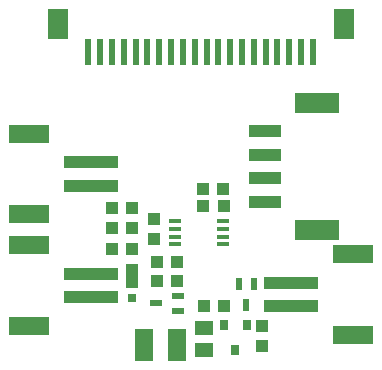
<source format=gtp>
G75*
%MOIN*%
%OFA0B0*%
%FSLAX25Y25*%
%IPPOS*%
%LPD*%
%AMOC8*
5,1,8,0,0,1.08239X$1,22.5*
%
%ADD10R,0.18110X0.03937*%
%ADD11R,0.13386X0.06299*%
%ADD12R,0.02362X0.08661*%
%ADD13R,0.07087X0.10236*%
%ADD14R,0.10630X0.03937*%
%ADD15R,0.14961X0.07087*%
%ADD16R,0.04134X0.04252*%
%ADD17R,0.03150X0.03543*%
%ADD18R,0.02362X0.03937*%
%ADD19R,0.06299X0.10630*%
%ADD20R,0.03937X0.04331*%
%ADD21R,0.04252X0.04134*%
%ADD22R,0.04331X0.03937*%
%ADD23R,0.04331X0.07874*%
%ADD24R,0.03150X0.03150*%
%ADD25R,0.03937X0.01969*%
%ADD26R,0.05906X0.05118*%
%ADD27R,0.03937X0.01772*%
D10*
X0077857Y0065500D03*
X0077857Y0073374D03*
X0077857Y0102700D03*
X0077857Y0110574D03*
X0144744Y0070366D03*
X0144744Y0062492D03*
D11*
X0057385Y0056051D03*
X0057385Y0082823D03*
X0057385Y0093251D03*
X0057385Y0120023D03*
X0165217Y0079815D03*
X0165217Y0053043D03*
D12*
X0151943Y0147137D03*
X0148006Y0147137D03*
X0144069Y0147137D03*
X0140131Y0147137D03*
X0136194Y0147137D03*
X0132257Y0147137D03*
X0128320Y0147137D03*
X0124383Y0147137D03*
X0120446Y0147137D03*
X0116509Y0147137D03*
X0112572Y0147137D03*
X0108635Y0147137D03*
X0104698Y0147137D03*
X0100761Y0147137D03*
X0096824Y0147137D03*
X0092887Y0147137D03*
X0088950Y0147137D03*
X0085013Y0147137D03*
X0081076Y0147137D03*
X0077139Y0147137D03*
D13*
X0066903Y0156586D03*
X0162179Y0156586D03*
D14*
X0135916Y0120935D03*
X0135916Y0113060D03*
X0135916Y0105186D03*
X0135916Y0097312D03*
D15*
X0153435Y0088060D03*
X0153435Y0130186D03*
D16*
X0122178Y0095952D03*
X0115288Y0095952D03*
D17*
X0122374Y0056221D03*
X0129854Y0056221D03*
X0126114Y0047953D03*
D18*
X0129740Y0062963D03*
X0127181Y0070049D03*
X0132299Y0070049D03*
D19*
X0106664Y0049512D03*
X0095640Y0049512D03*
D20*
X0100087Y0071089D03*
X0100087Y0077171D03*
X0106780Y0077171D03*
X0106780Y0071089D03*
X0115598Y0062677D03*
X0122291Y0062677D03*
X0091763Y0081692D03*
X0091763Y0088481D03*
X0091785Y0095279D03*
X0085092Y0095279D03*
X0085070Y0088481D03*
X0085070Y0081692D03*
X0115387Y0101689D03*
X0122080Y0101689D03*
D21*
X0135050Y0056016D03*
X0135050Y0049126D03*
D22*
X0099003Y0084764D03*
X0099003Y0091457D03*
D23*
X0091774Y0072694D03*
D24*
X0091774Y0065213D03*
D25*
X0099779Y0063437D03*
X0106865Y0065996D03*
X0106865Y0060878D03*
D26*
X0115733Y0055292D03*
X0115733Y0047812D03*
D27*
X0122004Y0083113D03*
X0122004Y0085672D03*
X0122004Y0088231D03*
X0122004Y0090790D03*
X0105862Y0090790D03*
X0105862Y0088231D03*
X0105862Y0085672D03*
X0105862Y0083113D03*
M02*

</source>
